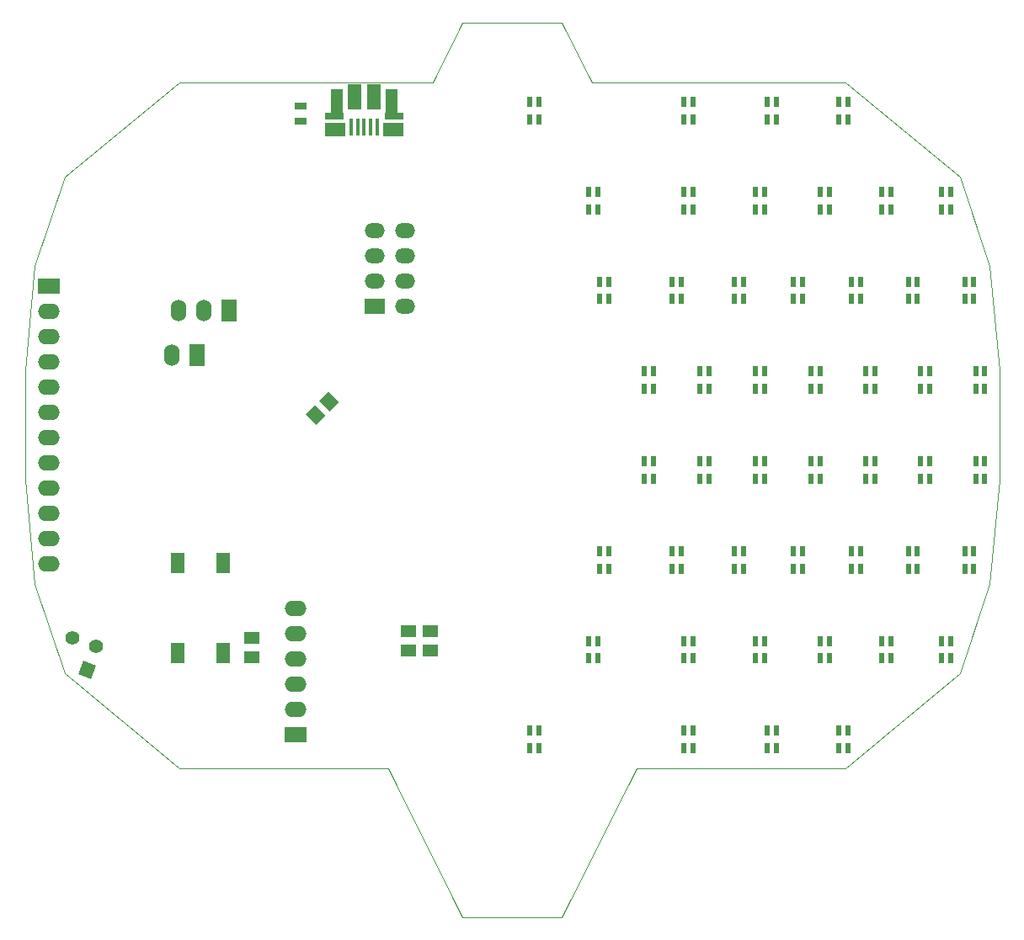
<source format=gts>
G04 #@! TF.FileFunction,Soldermask,Top*
%FSLAX46Y46*%
G04 Gerber Fmt 4.6, Leading zero omitted, Abs format (unit mm)*
G04 Created by KiCad (PCBNEW (after 2015-mar-04 BZR unknown)-product) date Wed May  6 18:15:44 2015*
%MOMM*%
G01*
G04 APERTURE LIST*
%ADD10C,0.100000*%
%ADD11C,1.397000*%
%ADD12R,2.199640X1.524000*%
%ADD13O,2.199640X1.524000*%
%ADD14R,1.143000X0.635000*%
%ADD15R,1.399540X2.100580*%
%ADD16R,1.498600X1.300480*%
%ADD17R,1.524000X2.199640*%
%ADD18O,1.524000X2.199640*%
%ADD19R,0.575000X1.050000*%
%ADD20R,1.998980X1.524000*%
%ADD21O,1.998980X1.524000*%
%ADD22R,0.398780X1.750060*%
%ADD23R,1.424940X2.499360*%
%ADD24R,1.998980X1.399540*%
%ADD25R,1.300480X2.451100*%
%ADD26R,1.826260X0.701040*%
G04 APERTURE END LIST*
D10*
X87500000Y-134500000D02*
X66500000Y-134500000D01*
X112500000Y-134500000D02*
X133500000Y-134500000D01*
X105000000Y-149500000D02*
X112500000Y-134500000D01*
X95000000Y-149500000D02*
X105000000Y-149500000D01*
X87500000Y-134500000D02*
X95000000Y-149500000D01*
X108000000Y-65500000D02*
X133500000Y-65500000D01*
X92000000Y-65500000D02*
X66500000Y-65500000D01*
X105000000Y-59500000D02*
X108000000Y-65500000D01*
X95000000Y-59500000D02*
X105000000Y-59500000D01*
X92000000Y-65500000D02*
X95000000Y-59500000D01*
X51000000Y-105500000D02*
X52000000Y-116000000D01*
X51000000Y-94500000D02*
X51000000Y-105500000D01*
X52000000Y-84000000D02*
X51000000Y-94500000D01*
X148000000Y-116000000D02*
X149000000Y-105500000D01*
X149000000Y-105500000D02*
X149000000Y-94500000D01*
X145000000Y-125000000D02*
X148000000Y-116000000D01*
X133500000Y-134500000D02*
X145000000Y-125000000D01*
X55000000Y-125000000D02*
X66500000Y-134500000D01*
X52000000Y-116000000D02*
X55000000Y-125000000D01*
X55000000Y-75000000D02*
X52000000Y-84000000D01*
X66500000Y-65500000D02*
X55000000Y-75000000D01*
X145000000Y-75000000D02*
X133500000Y-65500000D01*
X148000000Y-84000000D02*
X145000000Y-75000000D01*
X149000000Y-94500000D02*
X148000000Y-84000000D01*
G36*
X56841570Y-123732499D02*
X58154320Y-124210301D01*
X57676518Y-125523051D01*
X56363768Y-125045249D01*
X56841570Y-123732499D01*
X56841570Y-123732499D01*
G37*
D11*
X58127775Y-122240956D03*
X55740956Y-121372225D03*
D12*
X53400000Y-86030000D03*
D13*
X53400000Y-88570000D03*
X53400000Y-91110000D03*
X53400000Y-93650000D03*
X53400000Y-96190000D03*
X53400000Y-98730000D03*
X53400000Y-101270000D03*
X53400000Y-103810000D03*
X53400000Y-106350000D03*
X53400000Y-108890000D03*
X53400000Y-111430000D03*
X53400000Y-113970000D03*
D14*
X78700000Y-69462000D03*
X78700000Y-67938000D03*
D15*
X70900440Y-113850860D03*
X70900440Y-122949140D03*
X66399560Y-113850860D03*
X66399560Y-122949140D03*
D16*
X89600000Y-120747500D03*
X89600000Y-122652500D03*
D10*
G36*
X80156435Y-97983895D02*
X81216105Y-99043565D01*
X80296527Y-99963143D01*
X79236857Y-98903473D01*
X80156435Y-97983895D01*
X80156435Y-97983895D01*
G37*
G36*
X81503473Y-96636857D02*
X82563143Y-97696527D01*
X81643565Y-98616105D01*
X80583895Y-97556435D01*
X81503473Y-96636857D01*
X81503473Y-96636857D01*
G37*
D16*
X73800000Y-123352500D03*
X73800000Y-121447500D03*
D17*
X71540000Y-88500000D03*
D18*
X69000000Y-88500000D03*
X66460000Y-88500000D03*
D19*
X101779690Y-67503417D03*
X102704690Y-67503417D03*
X102704690Y-69253417D03*
X101779690Y-69253417D03*
X117210513Y-67503417D03*
X118135513Y-67503417D03*
X118135513Y-69253417D03*
X117210513Y-69253417D03*
X125617058Y-67503417D03*
X126542058Y-67503417D03*
X126542058Y-69253417D03*
X125617058Y-69253417D03*
X132830913Y-67503417D03*
X133755913Y-67503417D03*
X133755913Y-69253417D03*
X132830913Y-69253417D03*
X107690928Y-76538155D03*
X108615928Y-76538155D03*
X108615928Y-78288155D03*
X107690928Y-78288155D03*
X117237397Y-76538155D03*
X118162397Y-76538155D03*
X118162397Y-78288155D03*
X117237397Y-78288155D03*
X124449231Y-76538155D03*
X125374231Y-76538155D03*
X125374231Y-78288155D03*
X124449231Y-78288155D03*
X130976366Y-76538155D03*
X131901366Y-76538155D03*
X131901366Y-78288155D03*
X130976366Y-78288155D03*
X137176712Y-76538155D03*
X138101712Y-76538155D03*
X138101712Y-78288155D03*
X137176712Y-78288155D03*
X143189742Y-76538155D03*
X144114742Y-76538155D03*
X144114742Y-78288155D03*
X143189742Y-78288155D03*
X108793653Y-85572893D03*
X109718653Y-85572893D03*
X109718653Y-87322893D03*
X108793653Y-87322893D03*
X116029448Y-85572893D03*
X116954448Y-85572893D03*
X116954448Y-87322893D03*
X116029448Y-87322893D03*
X122314513Y-85572893D03*
X123239513Y-85572893D03*
X123239513Y-87322893D03*
X122314513Y-87322893D03*
X128279460Y-85572893D03*
X129204460Y-85572893D03*
X129204460Y-87322893D03*
X128279460Y-87322893D03*
X134090478Y-85572893D03*
X135015478Y-85572893D03*
X135015478Y-87322893D03*
X134090478Y-87322893D03*
X139814246Y-85572893D03*
X140739246Y-85572893D03*
X140739246Y-87322893D03*
X139814246Y-87322893D03*
X145483384Y-85572893D03*
X146408384Y-85572893D03*
X146408384Y-87322893D03*
X145483384Y-87322893D03*
X113264457Y-94607631D03*
X114189457Y-94607631D03*
X114189457Y-96357631D03*
X113264457Y-96357631D03*
X118895633Y-94607631D03*
X119820633Y-94607631D03*
X119820633Y-96357631D03*
X118895633Y-96357631D03*
X124468310Y-94607631D03*
X125393310Y-94607631D03*
X125393310Y-96357631D03*
X124468310Y-96357631D03*
X130014594Y-94607631D03*
X130939594Y-94607631D03*
X130939594Y-96357631D03*
X130014594Y-96357631D03*
X135546683Y-94607631D03*
X136471683Y-94607631D03*
X136471683Y-96357631D03*
X135546683Y-96357631D03*
X141070249Y-94607631D03*
X141995249Y-94607631D03*
X141995249Y-96357631D03*
X141070249Y-96357631D03*
X146588294Y-94607631D03*
X147513294Y-94607631D03*
X147513294Y-96357631D03*
X146588294Y-96357631D03*
X113264457Y-103642369D03*
X114189457Y-103642369D03*
X114189457Y-105392369D03*
X113264457Y-105392369D03*
X118895633Y-103642369D03*
X119820633Y-103642369D03*
X119820633Y-105392369D03*
X118895633Y-105392369D03*
X124468310Y-103642369D03*
X125393310Y-103642369D03*
X125393310Y-105392369D03*
X124468310Y-105392369D03*
X130014594Y-103642369D03*
X130939594Y-103642369D03*
X130939594Y-105392369D03*
X130014594Y-105392369D03*
X135546683Y-103642369D03*
X136471683Y-103642369D03*
X136471683Y-105392369D03*
X135546683Y-105392369D03*
X141070249Y-103642369D03*
X141995249Y-103642369D03*
X141995249Y-105392369D03*
X141070249Y-105392369D03*
X146588294Y-103642369D03*
X147513294Y-103642369D03*
X147513294Y-105392369D03*
X146588294Y-105392369D03*
X108793653Y-112677107D03*
X109718653Y-112677107D03*
X109718653Y-114427107D03*
X108793653Y-114427107D03*
X116029448Y-112677107D03*
X116954448Y-112677107D03*
X116954448Y-114427107D03*
X116029448Y-114427107D03*
X122314513Y-112677107D03*
X123239513Y-112677107D03*
X123239513Y-114427107D03*
X122314513Y-114427107D03*
X128279460Y-112677107D03*
X129204460Y-112677107D03*
X129204460Y-114427107D03*
X128279460Y-114427107D03*
X134090478Y-112677107D03*
X135015478Y-112677107D03*
X135015478Y-114427107D03*
X134090478Y-114427107D03*
X139814246Y-112677107D03*
X140739246Y-112677107D03*
X140739246Y-114427107D03*
X139814246Y-114427107D03*
X145483384Y-112677107D03*
X146408384Y-112677107D03*
X146408384Y-114427107D03*
X145483384Y-114427107D03*
X107690928Y-121711845D03*
X108615928Y-121711845D03*
X108615928Y-123461845D03*
X107690928Y-123461845D03*
X117237397Y-121711845D03*
X118162397Y-121711845D03*
X118162397Y-123461845D03*
X117237397Y-123461845D03*
X124449231Y-121711845D03*
X125374231Y-121711845D03*
X125374231Y-123461845D03*
X124449231Y-123461845D03*
X130976366Y-121711845D03*
X131901366Y-121711845D03*
X131901366Y-123461845D03*
X130976366Y-123461845D03*
X137176712Y-121711845D03*
X138101712Y-121711845D03*
X138101712Y-123461845D03*
X137176712Y-123461845D03*
X143189742Y-121711845D03*
X144114742Y-121711845D03*
X144114742Y-123461845D03*
X143189742Y-123461845D03*
X101779690Y-130746583D03*
X102704690Y-130746583D03*
X102704690Y-132496583D03*
X101779690Y-132496583D03*
X117210513Y-130746583D03*
X118135513Y-130746583D03*
X118135513Y-132496583D03*
X117210513Y-132496583D03*
X125617058Y-130746583D03*
X126542058Y-130746583D03*
X126542058Y-132496583D03*
X125617058Y-132496583D03*
X132830913Y-130746583D03*
X133755913Y-130746583D03*
X133755913Y-132496583D03*
X132830913Y-132496583D03*
D20*
X86181080Y-88010000D03*
D21*
X89218920Y-88010000D03*
X86181080Y-85470000D03*
X89218920Y-85470000D03*
X86181080Y-82930000D03*
X89218920Y-82930000D03*
X86181080Y-80390000D03*
X89218920Y-80390000D03*
D12*
X78200000Y-131150000D03*
D13*
X78200000Y-128610000D03*
X78200000Y-126070000D03*
X78200000Y-123530000D03*
X78200000Y-120990000D03*
X78200000Y-118450000D03*
D17*
X68270000Y-93000000D03*
D18*
X65730000Y-93000000D03*
D22*
X86400480Y-70024480D03*
X85750240Y-70024480D03*
X85100000Y-70024480D03*
X84449760Y-70024480D03*
X83799520Y-70024480D03*
D23*
X86062660Y-66951080D03*
X84137340Y-66951080D03*
D24*
X88000680Y-70230220D03*
X82199320Y-70230220D03*
D25*
X87825420Y-67349860D03*
D26*
X88087040Y-68899260D03*
X82112960Y-68899260D03*
D25*
X82374580Y-67349860D03*
D16*
X91800000Y-120747500D03*
X91800000Y-122652500D03*
M02*

</source>
